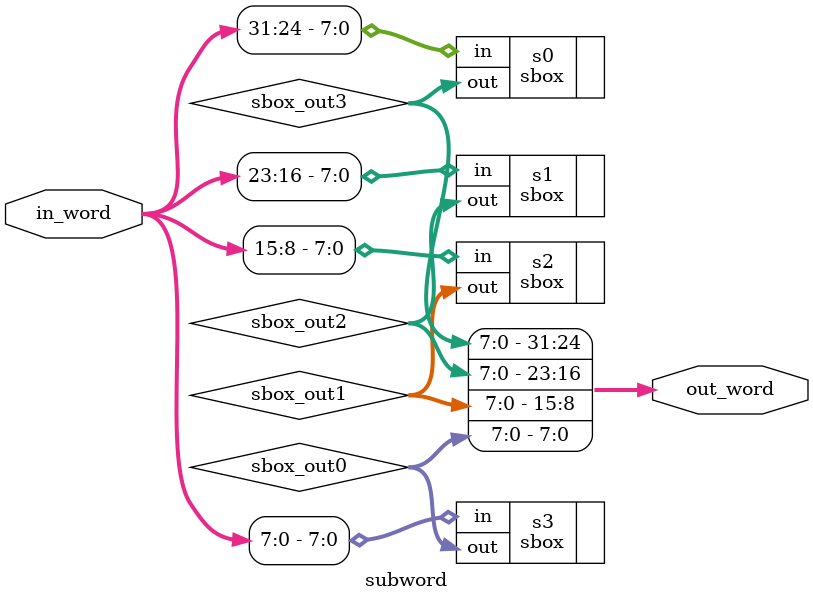
<source format=v>
`timescale 1ns / 1ps


module subword (
    input  wire [31:0] in_word,
    output wire [31:0] out_word
);

    wire [7:0] sbox_out0, sbox_out1, sbox_out2, sbox_out3;

    sbox s0 (.in(in_word[31:24]), .out(sbox_out3));
    sbox s1 (.in(in_word[23:16]), .out(sbox_out2));
    sbox s2 (.in(in_word[15:8]),  .out(sbox_out1));
    sbox s3 (.in(in_word[7:0]),   .out(sbox_out0));

    assign out_word = {sbox_out3, sbox_out2, sbox_out1, sbox_out0};
endmodule

</source>
